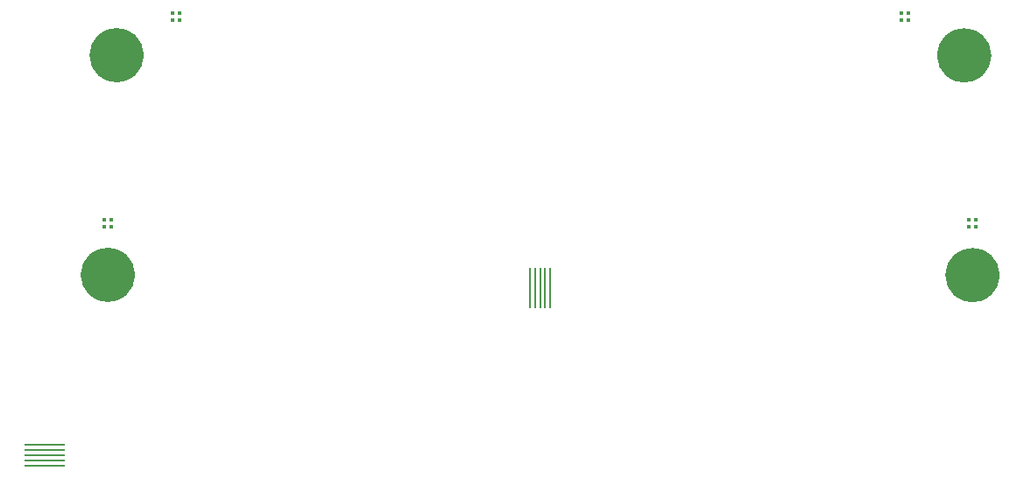
<source format=gbr>
%TF.GenerationSoftware,KiCad,Pcbnew,8.0.2*%
%TF.CreationDate,2024-11-29T16:24:00-08:00*%
%TF.ProjectId,procon_trigger_pcb,70726f63-6f6e-45f7-9472-69676765725f,rev?*%
%TF.SameCoordinates,Original*%
%TF.FileFunction,Soldermask,Top*%
%TF.FilePolarity,Negative*%
%FSLAX46Y46*%
G04 Gerber Fmt 4.6, Leading zero omitted, Abs format (unit mm)*
G04 Created by KiCad (PCBNEW 8.0.2) date 2024-11-29 16:24:00*
%MOMM*%
%LPD*%
G01*
G04 APERTURE LIST*
G04 Aperture macros list*
%AMRoundRect*
0 Rectangle with rounded corners*
0 $1 Rounding radius*
0 $2 $3 $4 $5 $6 $7 $8 $9 X,Y pos of 4 corners*
0 Add a 4 corners polygon primitive as box body*
4,1,4,$2,$3,$4,$5,$6,$7,$8,$9,$2,$3,0*
0 Add four circle primitives for the rounded corners*
1,1,$1+$1,$2,$3*
1,1,$1+$1,$4,$5*
1,1,$1+$1,$6,$7*
1,1,$1+$1,$8,$9*
0 Add four rect primitives between the rounded corners*
20,1,$1+$1,$2,$3,$4,$5,0*
20,1,$1+$1,$4,$5,$6,$7,0*
20,1,$1+$1,$6,$7,$8,$9,0*
20,1,$1+$1,$8,$9,$2,$3,0*%
G04 Aperture macros list end*
%ADD10C,2.632587*%
%ADD11RoundRect,0.125000X-1.875000X0.000010X-1.875000X-0.000010X1.875000X-0.000010X1.875000X0.000010X0*%
%ADD12RoundRect,0.125000X-0.000010X-1.875000X0.000010X-1.875000X0.000010X1.875000X-0.000010X1.875000X0*%
%ADD13R,0.370000X0.370000*%
G04 APERTURE END LIST*
%TO.C,SW4*%
D10*
X271216507Y-141934938D02*
G75*
G02*
X268583921Y-141934938I-1316293J0D01*
G01*
X268583921Y-141934938D02*
G75*
G02*
X271216507Y-141934938I1316293J0D01*
G01*
%TO.C,SW1*%
X187641079Y-141910062D02*
G75*
G02*
X185008493Y-141910062I-1316293J0D01*
G01*
X185008493Y-141910062D02*
G75*
G02*
X187641079Y-141910062I1316293J0D01*
G01*
%TO.C,SW3*%
X270411507Y-120684938D02*
G75*
G02*
X267778921Y-120684938I-1316293J0D01*
G01*
X267778921Y-120684938D02*
G75*
G02*
X270411507Y-120684938I1316293J0D01*
G01*
%TO.C,SW2*%
X188491079Y-120665062D02*
G75*
G02*
X185858493Y-120665062I-1316293J0D01*
G01*
X185858493Y-120665062D02*
G75*
G02*
X188491079Y-120665062I1316293J0D01*
G01*
%TD*%
D11*
%TO.C,J2*%
X180260000Y-160328775D03*
X180260000Y-159828775D03*
X180260000Y-159328775D03*
X180260000Y-158828775D03*
X180260000Y-158328775D03*
%TD*%
D12*
%TO.C,J1*%
X229100000Y-143187500D03*
X228600000Y-143187500D03*
X228100000Y-143187500D03*
X227600000Y-143187500D03*
X227100000Y-143187500D03*
%TD*%
D13*
%TO.C,L3*%
X263010000Y-117270000D03*
X263680000Y-117270000D03*
X263680000Y-116600000D03*
X263010000Y-116600000D03*
%TD*%
%TO.C,L4*%
X269565000Y-137270000D03*
X270235000Y-137270000D03*
X270235000Y-136600000D03*
X269565000Y-136600000D03*
%TD*%
%TO.C,L1*%
X185990000Y-137245000D03*
X186660000Y-137245000D03*
X186660000Y-136575000D03*
X185990000Y-136575000D03*
%TD*%
%TO.C,L2*%
X192590000Y-117250000D03*
X193260000Y-117250000D03*
X193260000Y-116580000D03*
X192590000Y-116580000D03*
%TD*%
M02*

</source>
